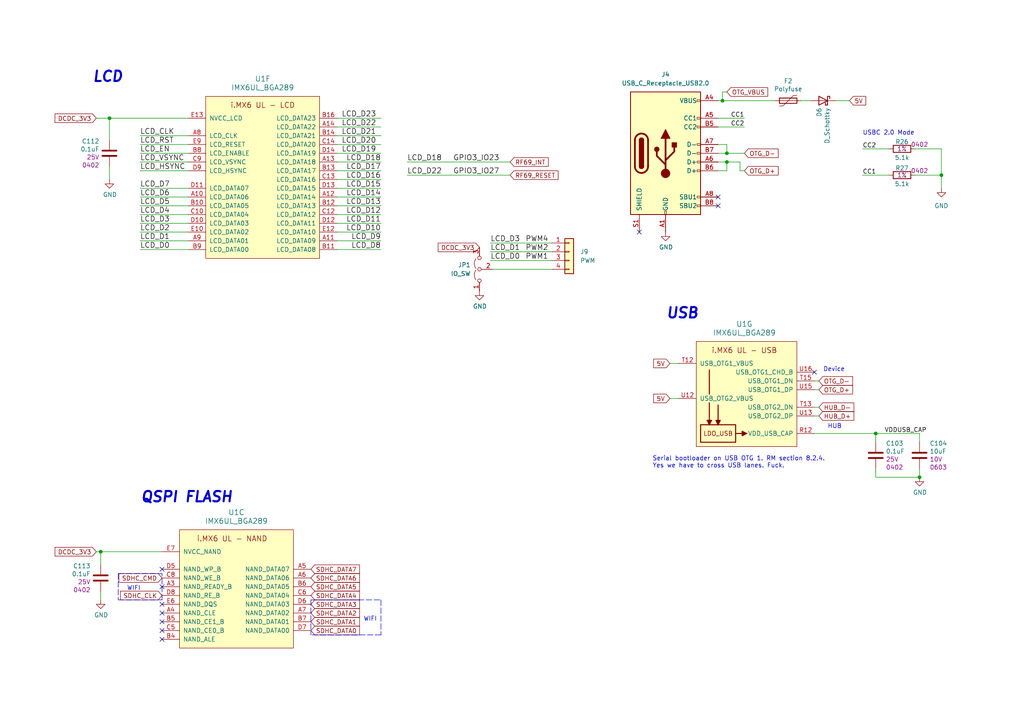
<source format=kicad_sch>
(kicad_sch (version 20211123) (generator eeschema)
  (paper "A4")
  (title_block (title "i.MX6 ULL Peripherals 2"))
  (lib_symbols
    (symbol "Connector:USB_C_Receptacle_USB2.0" (pin_names (offset 1.016))
      (property "Reference" "J" (at -10.16 19.05 0))
      (property "Value" "USB_C_Receptacle_USB2.0" (at 19.05 19.05 0))
      (symbol "USB_C_Receptacle_USB2.0_1_1"
        (pin passive line (at 0 -22.86 90) (length 5.08) (name "GND") (number "A1"))
        (pin passive line (at 0 -22.86 90) (length 5.08) hide (name "GND") (number "A12"))
        (pin passive line (at 15.24 15.24 180) (length 5.08) (name "VBUS") (number "A4"))
        (pin bidirectional line (at 15.24 10.16 180) (length 5.08) (name "CC1") (number "A5"))
        (pin bidirectional line (at 15.24 -2.54 180) (length 5.08) (name "D+") (number "A6"))
        (pin bidirectional line (at 15.24 2.54 180) (length 5.08) (name "D-") (number "A7"))
        (pin bidirectional line (at 15.24 -12.7 180) (length 5.08) (name "SBU1") (number "A8"))
        (pin passive line (at 15.24 15.24 180) (length 5.08) hide (name "VBUS") (number "A9"))
        (pin passive line (at 0 -22.86 90) (length 5.08) hide (name "GND") (number "B1"))
        (pin passive line (at 0 -22.86 90) (length 5.08) hide (name "GND") (number "B12"))
        (pin passive line (at 15.24 15.24 180) (length 5.08) hide (name "VBUS") (number "B4"))
        (pin bidirectional line (at 15.24 7.62 180) (length 5.08) (name "CC2") (number "B5"))
        (pin bidirectional line (at 15.24 -5.08 180) (length 5.08) (name "D+") (number "B6"))
        (pin bidirectional line (at 15.24 0 180) (length 5.08) (name "D-") (number "B7"))
        (pin bidirectional line (at 15.24 -15.24 180) (length 5.08) (name "SBU2") (number "B8"))
        (pin passive line (at 15.24 15.24 180) (length 5.08) hide (name "VBUS") (number "B9"))
        (pin passive line (at -7.62 -22.86 90) (length 5.08) (name "SHIELD") (number "S1"))
      )
    )
    (symbol "Connector_Generic:Conn_01x04" (pin_names (offset 1.016) hide)
      (property "Reference" "J" (at 0 5.08 0))
      (property "Value" "Conn_01x04" (at 0 -7.62 0))
      (symbol "Conn_01x04_1_1"
        (pin passive line (at -5.08 2.54 0) (length 3.81) (name "Pin_1") (number "1"))
        (pin passive line (at -5.08 0 0) (length 3.81) (name "Pin_2") (number "2"))
        (pin passive line (at -5.08 -2.54 0) (length 3.81) (name "Pin_3") (number "3"))
        (pin passive line (at -5.08 -5.08 0) (length 3.81) (name "Pin_4") (number "4"))
      )
    )
    (symbol "Device:C" (pin_numbers hide) (pin_names (offset 0.254))
      (property "Reference" "C" (at 0.635 2.54 0))
      (property "Value" "C" (at 0.635 -2.54 0))
      (symbol "C_1_1"
        (pin passive line (at 0 3.81 270) (length 2.794) (name "~") (number "1"))
        (pin passive line (at 0 -3.81 90) (length 2.794) (name "~") (number "2"))
      )
    )
    (symbol "Device:D_Schottky" (pin_numbers hide) (pin_names (offset 1.016) hide)
      (property "Reference" "D" (at 0 2.54 0))
      (property "Value" "D_Schottky" (at 0 -2.54 0))
      (symbol "D_Schottky_1_1"
        (pin passive line (at -3.81 0 0) (length 2.54) (name "K") (number "1"))
        (pin passive line (at 3.81 0 180) (length 2.54) (name "A") (number "2"))
      )
    )
    (symbol "Device:Polyfuse" (pin_numbers hide) (pin_names (offset 0))
      (property "Reference" "F" (at -2.54 0 90))
      (property "Value" "Polyfuse" (at 2.54 0 90))
      (symbol "Polyfuse_1_1"
        (pin passive line (at 0 3.81 270) (length 1.27) (name "~") (number "1"))
        (pin passive line (at 0 -3.81 90) (length 1.27) (name "~") (number "2"))
      )
    )
    (symbol "Jumper:Jumper_3_Open" (pin_names (offset 0) hide)
      (property "Reference" "JP" (at -2.54 -2.54 0))
      (property "Value" "Jumper_3_Open" (at 0 2.794 0))
      (symbol "Jumper_3_Open_1_1"
        (pin passive line (at -6.35 0 0) (length 2.54) (name "A") (number "1"))
        (pin passive line (at 0 -3.81 90) (length 2.54) (name "C") (number "2"))
        (pin passive line (at 6.35 0 180) (length 2.54) (name "B") (number "3"))
      )
    )
    (symbol "custom_components:IMX6UL_BGA289" (pin_names (offset 1.016))
      (property "Reference" "U" (at 0 5.08 0))
      (property "Value" "IMX6UL_BGA289" (at 0 2.54 0))
      (symbol "IMX6UL_BGA289_1_0"
        (text "i.MX6 UL - POWER" (at 0 -2.54 0) (effects (font (size 1.524 1.524))))
      )
      (symbol "IMX6UL_BGA289_1_1"
        (text "LDO_1P1" (at -0.635 -57.15 0) (effects (font (size 1.27 1.27))))
        (text "LDO_2P5" (at -0.635 -50.8 0) (effects (font (size 1.27 1.27))))
        (text "LDO_ARM_SOC" (at 0 -11.43 0) (effects (font (size 1.27 1.27))))
        (text "LDO_SNVS" (at 0 -80.01 0) (effects (font (size 1.27 1.27))))
        (pin power_out line (at 34.29 -40.64 180) (length 5.08) (name "VDD_ARM_CAP") (number "G10"))
        (pin power_out line (at 34.29 -35.56 180) (length 5.08) (name "VDD_ARM_CAP") (number "G11"))
        (pin power_out line (at 34.29 -5.08 180) (length 5.08) (name "VDD_SOC_CAP") (number "G8"))
        (pin power_out line (at 34.29 -33.02 180) (length 5.08) (name "VDD_ARM_CAP") (number "G9"))
        (pin power_in line (at -34.29 -7.62 0) (length 5.08) (name "VDD_SOC_IN") (number "H10"))
        (pin power_out line (at 34.29 -38.1 180) (length 5.08) (name "VDD_ARM_CAP") (number "H11"))
        (pin power_out line (at 34.29 -17.78 180) (length 5.08) (name "VDD_SOC_CAP") (number "H8"))
        (pin power_in line (at -34.29 -5.08 0) (length 5.08) (name "VDD_SOC_IN") (number "H9"))
        (pin power_in line (at -34.29 -10.16 0) (length 5.08) (name "VDD_SOC_IN") (number "J10"))
        (pin power_out line (at 34.29 -12.7 180) (length 5.08) (name "VDD_SOC_CAP") (number "J11"))
        (pin power_out line (at 34.29 -20.32 180) (length 5.08) (name "VDD_SOC_CAP") (number "J8"))
        (pin power_in line (at -34.29 -15.24 0) (length 5.08) (name "VDD_SOC_IN") (number "J9"))
        (pin power_in line (at -34.29 -12.7 0) (length 5.08) (name "VDD_SOC_IN") (number "K10"))
        (pin power_out line (at 34.29 -15.24 180) (length 5.08) (name "VDD_SOC_CAP") (number "K11"))
        (pin power_out line (at 34.29 -22.86 180) (length 5.08) (name "VDD_SOC_CAP") (number "K8"))
        (pin power_in line (at -34.29 -17.78 0) (length 5.08) (name "VDD_SOC_IN") (number "K9"))
        (pin power_out line (at 34.29 -10.16 180) (length 5.08) (name "VDD_SOC_CAP") (number "L10"))
        (pin power_out line (at 34.29 -27.94 180) (length 5.08) (name "VDD_SOC_CAP") (number "L11"))
        (pin power_out line (at 34.29 -25.4 180) (length 5.08) (name "VDD_SOC_CAP") (number "L8"))
        (pin power_out line (at 34.29 -7.62 180) (length 5.08) (name "VDD_SOC_CAP") (number "L9"))
        (pin power_out line (at 34.29 -80.01 180) (length 5.08) (name "VDD_SNVS_CAP") (number "N12"))
        (pin power_in line (at -34.29 -50.8 0) (length 5.08) (name "VDD_HIGH_IN") (number "N13"))
        (pin power_in line (at -34.29 -80.01 0) (length 5.08) (name "VDD_SNVS_IN") (number "P12"))
        (pin power_out line (at 34.29 -57.15 180) (length 5.08) (name "NVCC_PLL") (number "P13"))
        (pin power_out line (at 34.29 -53.34 180) (length 5.08) (name "VDD_HIGH_CAP") (number "R14"))
        (pin power_out line (at 34.29 -50.8 180) (length 5.08) (name "VDD_HIGH_CAP") (number "R15"))
      )
      (symbol "IMX6UL_BGA289_2_0"
        (text "i.MX6 UL - DDR" (at 0 -2.54 0) (effects (font (size 1.524 1.524))))
      )
      (symbol "IMX6UL_BGA289_2_1"
        (pin input line (at 22.86 -8.89 180) (length 5.08) (name "DRAM_ODT1") (number "F1"))
        (pin input line (at 22.86 -36.83 180) (length 5.08) (name "DRAM_ADDR14") (number "G1"))
        (pin input line (at 22.86 -57.15 180) (length 5.08) (name "DRAM_ADDR06") (number "G2"))
        (pin input line (at -22.86 -6.35 0) (length 5.08) (name "DRAM_RESET") (number "G4"))
        (pin power_in line (at -22.86 -92.71 0) (length 5.08) (name "NVCC_DRAM") (number "G6"))
        (pin input line (at 22.86 -16.51 180) (length 5.08) (name "DRAM_SDBA1") (number "H1"))
        (pin input line (at 22.86 -69.85 180) (length 5.08) (name "DRAM_ADDR01") (number "H2"))
        (pin input line (at 22.86 -39.37 180) (length 5.08) (name "DRAM_ADDR13") (number "H3"))
        (pin input line (at 22.86 -54.61 180) (length 5.08) (name "DRAM_ADDR07") (number "H4"))
        (pin input line (at 22.86 -29.21 180) (length 5.08) (name "DRAM_CS1_B") (number "H5"))
        (pin power_in line (at -22.86 -90.17 0) (length 5.08) (name "NVCC_DRAM") (number "H6"))
        (pin input line (at 22.86 -26.67 180) (length 5.08) (name "DRAM_SDWE_B") (number "J1"))
        (pin input line (at 22.86 -24.13 180) (length 5.08) (name "DRAM_CAS_B") (number "J2"))
        (pin input line (at -22.86 -24.13 0) (length 5.08) (name "DRAM_SDCKE1") (number "J3"))
        (pin input line (at 22.86 -52.07 180) (length 5.08) (name "DRAM_ADDR08") (number "J4"))
        (pin power_in line (at -22.86 -80.01 0) (length 5.08) (name "NVCC_DRAM") (number "J6"))
        (pin input line (at 22.86 -67.31 180) (length 5.08) (name "DRAM_ADDR02") (number "K1"))
        (pin input line (at 22.86 -13.97 180) (length 5.08) (name "DRAM_SDBA2") (number "K2"))
        (pin input line (at 22.86 -44.45 180) (length 5.08) (name "DRAM_ADDR11") (number "K3"))
        (pin input line (at 22.86 -62.23 180) (length 5.08) (name "DRAM_ADDR04") (number "K4"))
        (pin input line (at 22.86 -34.29 180) (length 5.08) (name "DRAM_ADDR15") (number "K5"))
        (pin power_in line (at -22.86 -82.55 0) (length 5.08) (name "NVCC_DRAM") (number "K6"))
        (pin input line (at 22.86 -59.69 180) (length 5.08) (name "DRAM_ADDR05") (number "L1"))
        (pin input line (at 22.86 -49.53 180) (length 5.08) (name "DRAM_ADDR09") (number "L2"))
        (pin input line (at 22.86 -41.91 180) (length 5.08) (name "DRAM_ADDR12") (number "L4"))
        (pin input line (at 22.86 -72.39 180) (length 5.08) (name "DRAM_ADDR00") (number "L5"))
        (pin power_in line (at -22.86 -85.09 0) (length 5.08) (name "NVCC_DRAM") (number "L6"))
        (pin input line (at 22.86 -19.05 180) (length 5.08) (name "DRAM_SDBA0") (number "M1"))
        (pin input line (at 22.86 -64.77 180) (length 5.08) (name "DRAM_ADDR03") (number "M2"))
        (pin input line (at -22.86 -26.67 0) (length 5.08) (name "DRAM_SDCKE0") (number "M3"))
        (pin input line (at 22.86 -46.99 180) (length 5.08) (name "DRAM_ADDR10") (number "M4"))
        (pin input line (at 22.86 -21.59 180) (length 5.08) (name "DRAM_RAS_B") (number "M5"))
        (pin power_in line (at -22.86 -87.63 0) (length 5.08) (name "NVCC_DRAM") (number "M6"))
        (pin input line (at 22.86 -11.43 180) (length 5.08) (name "DRAM_ODT0") (number "N1"))
        (pin input line (at 22.86 -31.75 180) (length 5.08) (name "DRAM_CS0_B") (number "N2"))
        (pin input line (at 22.86 -6.35 180) (length 5.08) (name "DRAM_ZQPAD") (number "N4"))
        (pin power_in line (at 22.86 -80.01 180) (length 5.08) (name "NVCC_DRAM_2P5") (number "N6"))
        (pin input line (at -22.86 -19.05 0) (length 5.08) (name "DRAM_SDCLK0_P") (number "P1"))
        (pin input line (at -22.86 -21.59 0) (length 5.08) (name "DRAM_SDCLK0_N") (number "P2"))
        (pin input line (at -22.86 -39.37 0) (length 5.08) (name "DRAM_DATA13") (number "P3"))
        (pin input line (at 22.86 -90.17 180) (length 5.08) (name "DRAM_VREF") (number "P4"))
        (pin input line (at -22.86 -41.91 0) (length 5.08) (name "DRAM_DATA12") (number "P5"))
        (pin input line (at -22.86 -13.97 0) (length 5.08) (name "DRAM_SDQS0_P") (number "P6"))
        (pin input line (at -22.86 -16.51 0) (length 5.08) (name "DRAM_SDQS0_N") (number "P7"))
        (pin input line (at -22.86 -34.29 0) (length 5.08) (name "DRAM_DATA15") (number "R1"))
        (pin input line (at -22.86 -36.83 0) (length 5.08) (name "DRAM_DATA14") (number "R2"))
        (pin input line (at -22.86 -44.45 0) (length 5.08) (name "DRAM_DATA11") (number "R4"))
        (pin input line (at -22.86 -8.89 0) (length 5.08) (name "DRAM_SDQS1_P") (number "T1"))
        (pin input line (at -22.86 -11.43 0) (length 5.08) (name "DRAM_SDQS1_N") (number "T2"))
        (pin input line (at -22.86 -29.21 0) (length 5.08) (name "DRAM_DQM1") (number "T3"))
        (pin input line (at -22.86 -72.39 0) (length 5.08) (name "DRAM_DATA00") (number "T4"))
        (pin input line (at -22.86 -57.15 0) (length 5.08) (name "DRAM_DATA06") (number "T5"))
        (pin input line (at -22.86 -67.31 0) (length 5.08) (name "DRAM_DATA02") (number "T6"))
        (pin input line (at -22.86 -31.75 0) (length 5.08) (name "DRAM_DQM0") (number "T7"))
        (pin input line (at -22.86 -59.69 0) (length 5.08) (name "DRAM_DATA05") (number "T8"))
        (pin input line (at -22.86 -52.07 0) (length 5.08) (name "DRAM_DATA08") (number "U2"))
        (pin input line (at -22.86 -49.53 0) (length 5.08) (name "DRAM_DATA09") (number "U3"))
        (pin input line (at -22.86 -54.61 0) (length 5.08) (name "DRAM_DATA07") (number "U4"))
        (pin input line (at -22.86 -46.99 0) (length 5.08) (name "DRAM_DATA10") (number "U5"))
        (pin input line (at -22.86 -69.85 0) (length 5.08) (name "DRAM_DATA01") (number "U6"))
        (pin input line (at -22.86 -64.77 0) (length 5.08) (name "DRAM_DATA03") (number "U7"))
        (pin input line (at -22.86 -62.23 0) (length 5.08) (name "DRAM_DATA04") (number "U8"))
      )
      (symbol "IMX6UL_BGA289_3_0"
        (text "i.MX6 UL - NAND" (at -1.27 -2.54 0) (effects (font (size 1.524 1.524))))
      )
      (symbol "IMX6UL_BGA289_3_1"
        (pin input line (at -21.59 -16.51 0) (length 5.08) (name "NAND_READY_B") (number "A3"))
        (pin input line (at -21.59 -24.13 0) (length 5.08) (name "NAND_CLE") (number "A4"))
        (pin input line (at 21.59 -11.43 180) (length 5.08) (name "NAND_DATA07") (number "A5"))
        (pin input line (at 21.59 -13.97 180) (length 5.08) (name "NAND_DATA06") (number "A6"))
        (pin input line (at 21.59 -24.13 180) (length 5.08) (name "NAND_DATA02") (number "A7"))
        (pin input line (at -21.59 -31.75 0) (length 5.08) (name "NAND_ALE") (number "B4"))
        (pin input line (at -21.59 -26.67 0) (length 5.08) (name "NAND_CE1_B") (number "B5"))
        (pin input line (at 21.59 -16.51 180) (length 5.08) (name "NAND_DATA05") (number "B6"))
        (pin input line (at 21.59 -26.67 180) (length 5.08) (name "NAND_DATA01") (number "B7"))
        (pin input line (at -21.59 -29.21 0) (length 5.08) (name "NAND_CE0_B") (number "C5"))
        (pin input line (at 21.59 -19.05 180) (length 5.08) (name "NAND_DATA04") (number "C6"))
        (pin input line (at -21.59 -13.97 0) (length 5.08) (name "NAND_WE_B") (number "C8"))
        (pin input line (at -21.59 -11.43 0) (length 5.08) (name "NAND_WP_B") (number "D5"))
        (pin input line (at 21.59 -21.59 180) (length 5.08) (name "NAND_DATA03") (number "D6"))
        (pin input line (at 21.59 -29.21 180) (length 5.08) (name "NAND_DATA00") (number "D7"))
        (pin input line (at -21.59 -19.05 0) (length 5.08) (name "NAND_RE_B") (number "D8"))
        (pin input line (at -21.59 -21.59 0) (length 5.08) (name "NAND_DQS") (number "E6"))
        (pin power_in line (at -21.59 -6.35 0) (length 5.08) (name "NVCC_NAND") (number "E7"))
      )
      (symbol "IMX6UL_BGA289_4_0"
        (text "i.MX6 UL - CSI" (at 0 -2.54 0) (effects (font (size 1.524 1.524))))
      )
      (symbol "IMX6UL_BGA289_4_1"
        (pin input line (at 19.05 -6.35 180) (length 5.08) (name "CSI_DATA07") (number "D1"))
        (pin input line (at 19.05 -8.89 180) (length 5.08) (name "CSI_DATA06") (number "D2"))
        (pin input line (at 19.05 -11.43 180) (length 5.08) (name "CSI_DATA05") (number "D3"))
        (pin input line (at 19.05 -13.97 180) (length 5.08) (name "CSI_DATA04") (number "D4"))
        (pin input line (at 19.05 -16.51 180) (length 5.08) (name "CSI_DATA03") (number "E1"))
        (pin input line (at 19.05 -19.05 180) (length 5.08) (name "CSI_DATA02") (number "E2"))
        (pin input line (at 19.05 -21.59 180) (length 5.08) (name "CSI_DATA01") (number "E3"))
        (pin input line (at 19.05 -24.13 180) (length 5.08) (name "CSI_DATA00") (number "E4"))
        (pin input line (at 19.05 -31.75 180) (length 5.08) (name "CSI_PIXCLK") (number "E5"))
        (pin input line (at 19.05 -29.21 180) (length 5.08) (name "CSI_VSYNC") (number "F2"))
        (pin input line (at 19.05 -36.83 180) (length 5.08) (name "CSI_HSYNC") (number "F3"))
        (pin power_in line (at -17.78 -6.35 0) (length 5.08) (name "NVCC_CSI") (number "F4"))
        (pin input line (at 19.05 -34.29 180) (length 5.08) (name "CSI_MCLK") (number "F5"))
      )
      (symbol "IMX6UL_BGA289_5_0"
        (text "i.MX6 UL - GPIO" (at 0 -2.54 0) (effects (font (size 1.524 1.524))))
      )
      (symbol "IMX6UL_BGA289_5_1"
        (pin power_in line (at -17.78 -6.35 0) (length 5.08) (name "NVCC_GPIO") (number "J13"))
        (pin input line (at 17.78 -29.21 180) (length 5.08) (name "GPIO1_IO00") (number "K13"))
        (pin input line (at 17.78 -13.97 180) (length 5.08) (name "GPIO1_IO06") (number "K17"))
        (pin input line (at 17.78 -24.13 180) (length 5.08) (name "GPIO1_IO02") (number "L14"))
        (pin input line (at 17.78 -26.67 180) (length 5.08) (name "GPIO1_IO01") (number "L15"))
        (pin input line (at 17.78 -11.43 180) (length 5.08) (name "GPIO1_IO07") (number "L16"))
        (pin input line (at 17.78 -21.59 180) (length 5.08) (name "GPIO1_IO03") (number "L17"))
        (pin input line (at 17.78 -6.35 180) (length 5.08) (name "GPIO1_IO09") (number "M15"))
        (pin input line (at 17.78 -19.05 180) (length 5.08) (name "GPIO1_IO04") (number "M16"))
        (pin input line (at 17.78 -16.51 180) (length 5.08) (name "GPIO1_IO05") (number "M17"))
        (pin input line (at 17.78 -8.89 180) (length 5.08) (name "GPIO1_IO08") (number "N17"))
      )
      (symbol "IMX6UL_BGA289_6_0"
        (text "i.MX6 UL - LCD" (at 0 -2.54 0) (effects (font (size 1.524 1.524))))
      )
      (symbol "IMX6UL_BGA289_6_1"
        (pin input line (at -21.59 -29.21 0) (length 5.08) (name "LCD_DATA06") (number "A10"))
        (pin input line (at 21.59 -41.91 180) (length 5.08) (name "LCD_DATA09") (number "A11"))
        (pin input line (at 21.59 -29.21 180) (length 5.08) (name "LCD_DATA14") (number "A12"))
        (pin input line (at 21.59 -19.05 180) (length 5.08) (name "LCD_DATA18") (number "A13"))
        (pin input line (at 21.59 -8.89 180) (length 5.08) (name "LCD_DATA22") (number "A14"))
        (pin input line (at -21.59 -11.43 0) (length 5.08) (name "LCD_CLK") (number "A8"))
        (pin input line (at -21.59 -41.91 0) (length 5.08) (name "LCD_DATA01") (number "A9"))
        (pin input line (at -21.59 -31.75 0) (length 5.08) (name "LCD_DATA05") (number "B10"))
        (pin input line (at 21.59 -44.45 180) (length 5.08) (name "LCD_DATA08") (number "B11"))
        (pin input line (at 21.59 -31.75 180) (length 5.08) (name "LCD_DATA13") (number "B12"))
        (pin input line (at 21.59 -21.59 180) (length 5.08) (name "LCD_DATA17") (number "B13"))
        (pin input line (at 21.59 -11.43 180) (length 5.08) (name "LCD_DATA21") (number "B14"))
        (pin input line (at 21.59 -6.35 180) (length 5.08) (name "LCD_DATA23") (number "B16"))
        (pin input line (at -21.59 -16.51 0) (length 5.08) (name "LCD_ENABLE") (number "B8"))
        (pin input line (at -21.59 -44.45 0) (length 5.08) (name "LCD_DATA00") (number "B9"))
        (pin input line (at -21.59 -34.29 0) (length 5.08) (name "LCD_DATA04") (number "C10"))
        (pin input line (at 21.59 -34.29 180) (length 5.08) (name "LCD_DATA12") (number "C12"))
        (pin input line (at 21.59 -24.13 180) (length 5.08) (name "LCD_DATA16") (number "C13"))
        (pin input line (at 21.59 -13.97 180) (length 5.08) (name "LCD_DATA20") (number "C14"))
        (pin input line (at -21.59 -19.05 0) (length 5.08) (name "LCD_VSYNC") (number "C9"))
        (pin input line (at -21.59 -36.83 0) (length 5.08) (name "LCD_DATA03") (number "D10"))
        (pin input line (at -21.59 -26.67 0) (length 5.08) (name "LCD_DATA07") (number "D11"))
        (pin input line (at 21.59 -36.83 180) (length 5.08) (name "LCD_DATA11") (number "D12"))
        (pin input line (at 21.59 -26.67 180) (length 5.08) (name "LCD_DATA15") (number "D13"))
        (pin input line (at 21.59 -16.51 180) (length 5.08) (name "LCD_DATA19") (number "D14"))
        (pin input line (at -21.59 -21.59 0) (length 5.08) (name "LCD_HSYNC") (number "D9"))
        (pin input line (at -21.59 -39.37 0) (length 5.08) (name "LCD_DATA02") (number "E10"))
        (pin input line (at 21.59 -39.37 180) (length 5.08) (name "LCD_DATA10") (number "E12"))
        (pin power_in line (at -21.59 -6.35 0) (length 5.08) (name "NVCC_LCD") (number "E13"))
        (pin input line (at -21.59 -13.97 0) (length 5.08) (name "LCD_RESET") (number "E9"))
      )
      (symbol "IMX6UL_BGA289_7_0"
        (text "i.MX6 UL - USB" (at 0 -2.54 0) (effects (font (size 1.524 1.524))))
      )
      (symbol "IMX6UL_BGA289_7_1"
        (text "LDO_USB" (at -7.62 -26.67 0) (effects (font (size 1.27 1.27))))
        (pin power_out line (at 20.32 -26.67 180) (length 5.08) (name "VDD_USB_CAP") (number "R12"))
        (pin power_in line (at -19.05 -6.35 0) (length 5.08) (name "USB_OTG1_VBUS") (number "T12"))
        (pin input line (at 20.32 -19.05 180) (length 5.08) (name "USB_OTG2_DN") (number "T13"))
        (pin input line (at 20.32 -11.43 180) (length 5.08) (name "USB_OTG1_DN") (number "T15"))
        (pin power_in line (at -19.05 -16.51 0) (length 5.08) (name "USB_OTG2_VBUS") (number "U12"))
        (pin input line (at 20.32 -21.59 180) (length 5.08) (name "USB_OTG2_DP") (number "U13"))
        (pin input line (at 20.32 -13.97 180) (length 5.08) (name "USB_OTG1_DP") (number "U15"))
        (pin input line (at 20.32 -8.89 180) (length 5.08) (name "USB_OTG1_CHD_B") (number "U16"))
      )
      (symbol "IMX6UL_BGA289_8_0"
        (text "i.MX6 UL - SD" (at 0 -2.54 0) (effects (font (size 1.524 1.524))))
      )
      (symbol "IMX6UL_BGA289_8_1"
        (pin input line (at 17.78 -5.08 180) (length 5.08) (name "SD1_DATA3") (number "A2"))
        (pin input line (at 17.78 -7.62 180) (length 5.08) (name "SD1_DATA2") (number "B1"))
        (pin input line (at 17.78 -10.16 180) (length 5.08) (name "SD1_DATA1") (number "B2"))
        (pin input line (at 17.78 -12.7 180) (length 5.08) (name "SD1_DATA0") (number "B3"))
        (pin input line (at 17.78 -17.78 180) (length 5.08) (name "SD1_CLK") (number "C1"))
        (pin input line (at 17.78 -15.24 180) (length 5.08) (name "SD1_CMD") (number "C2"))
        (pin power_in line (at -17.78 -5.08 0) (length 5.08) (name "NVCC_SD1") (number "C4"))
      )
      (symbol "IMX6UL_BGA289_9_0"
        (text "i.MX6 UL - ETHERNET" (at 0 -2.54 0) (effects (font (size 1.524 1.524))))
      )
      (symbol "IMX6UL_BGA289_9_1"
        (pin input line (at 22.86 -16.51 180) (length 5.08) (name "ENET2_TX_DATA0") (number "A15"))
        (pin input line (at 22.86 -13.97 180) (length 5.08) (name "ENET2_TX_DATA1") (number "A16"))
        (pin input line (at 22.86 -11.43 180) (length 5.08) (name "ENET2_TX_EN") (number "B15"))
        (pin input line (at 22.86 -24.13 180) (length 5.08) (name "ENET2_RX_EN") (number "B17"))
        (pin input line (at 22.86 -26.67 180) (length 5.08) (name "ENET2_RX_DATA1") (number "C16"))
        (pin input line (at 22.86 -29.21 180) (length 5.08) (name "ENET2_RX_DATA0") (number "C17"))
        (pin input line (at -22.86 -21.59 0) (length 5.08) (name "ENET1_RX_ER") (number "D15"))
        (pin input line (at 22.86 -21.59 180) (length 5.08) (name "ENET2_RX_ER") (number "D16"))
        (pin input line (at 22.86 -19.05 180) (length 5.08) (name "ENET2_TX_CLK") (number "D17"))
        (pin input line (at -22.86 -13.97 0) (length 5.08) (name "ENET1_TX_DATA1") (number "E14"))
        (pin input line (at -22.86 -16.51 0) (length 5.08) (name "ENET1_TX_DATA0") (number "E15"))
        (pin input line (at -22.86 -24.13 0) (length 5.08) (name "ENET1_RX_EN") (number "E16"))
        (pin input line (at -22.86 -26.67 0) (length 5.08) (name "ENET1_RX_DATA1") (number "E17"))
        (pin power_in line (at -22.86 -6.35 0) (length 5.08) (name "NVCC_ENET") (number "F13"))
        (pin input line (at -22.86 -19.05 0) (length 5.08) (name "ENET1_TX_CLK") (number "F14"))
        (pin input line (at -22.86 -11.43 0) (length 5.08) (name "ENET1_TX_EN") (number "F15"))
        (pin input line (at -22.86 -29.21 0) (length 5.08) (name "ENET1_RX_DATA0") (number "F16"))
      )
      (symbol "IMX6UL_BGA289_10_0"
        (text "i.MX6 UL - CONTROL" (at 0 -2.54 0) (effects (font (size 1.524 1.524))))
      )
      (symbol "IMX6UL_BGA289_10_1"
        (pin power_in line (at -25.4 -63.5 0) (length 5.08) (name "VDDA_ADC_3P3") (number "L13"))
        (pin power_in line (at -25.4 -66.04 0) (length 5.08) (name "ADC_VREFH") (number "M13"))
        (pin input line (at 25.4 -16.51 180) (length 5.08) (name "JTAG_TCK") (number "M14"))
        (pin input line (at 25.4 -29.21 180) (length 5.08) (name "SNVS_TAMPER7") (number "N10"))
        (pin input line (at 25.4 -31.75 180) (length 5.08) (name "SNVS_TAMPER6") (number "N11"))
        (pin input line (at 25.4 -6.35 180) (length 5.08) (name "JTAG_TRST_B") (number "N14"))
        (pin input line (at 25.4 -11.43 180) (length 5.08) (name "JTAG_TDO") (number "N15"))
        (pin input line (at 25.4 -13.97 180) (length 5.08) (name "JTAG_TDI") (number "N16"))
        (pin input line (at -25.4 -35.56 0) (length 5.08) (name "TEST_MODE") (number "N7"))
        (pin input line (at 25.4 -34.29 180) (length 5.08) (name "SNVS_TAMPER5") (number "N8"))
        (pin input line (at 25.4 -26.67 180) (length 5.08) (name "SNVS_TAMPER8") (number "N9"))
        (pin input line (at 25.4 -39.37 180) (length 5.08) (name "SNVS_TAMPER3") (number "P10"))
        (pin input line (at 25.4 -41.91 180) (length 5.08) (name "SNVS_TAMPER2") (number "P11"))
        (pin input line (at 25.4 -8.89 180) (length 5.08) (name "JTAG_TMS") (number "P14"))
        (pin input line (at 25.4 -19.05 180) (length 5.08) (name "JTAG_MOD") (number "P15"))
        (pin bidirectional line (at 25.4 -57.15 180) (length 5.08) (name "CCM_CLK1_N") (number "P16"))
        (pin bidirectional line (at 25.4 -54.61 180) (length 5.08) (name "CCM_CLK1_P") (number "P17"))
        (pin input line (at -25.4 -20.32 0) (length 5.08) (name "POR_B") (number "P8"))
        (pin input line (at 25.4 -36.83 180) (length 5.08) (name "SNVS_TAMPER4") (number "P9"))
        (pin input line (at 25.4 -46.99 180) (length 5.08) (name "SNVS_TAMPER0") (number "R10"))
        (pin input line (at -25.4 -30.48 0) (length 5.08) (name "GPANIO") (number "R13"))
        (pin input line (at 25.4 -24.13 180) (length 5.08) (name "SNVS_TAMPER9") (number "R6"))
        (pin input line (at -25.4 -22.86 0) (length 5.08) (name "ONOFF") (number "R8"))
        (pin input line (at 25.4 -44.45 180) (length 5.08) (name "SNVS_TAMPER1") (number "R9"))
        (pin input line (at -25.4 -8.89 0) (length 5.08) (name "BOOT_MODE0") (number "T10"))
        (pin input line (at -25.4 -45.72 0) (length 5.08) (name "RTC_XTALI") (number "T11"))
        (pin input line (at -25.4 -57.15 0) (length 5.08) (name "XTALI") (number "T16"))
        (pin input line (at -25.4 -54.61 0) (length 5.08) (name "XTALO") (number "T17"))
        (pin input line (at -25.4 -17.78 0) (length 5.08) (name "SNVS_PMIC_ON_REQ") (number "T9"))
        (pin input line (at -25.4 -6.35 0) (length 5.08) (name "BOOT_MODE1") (number "U10"))
        (pin input line (at -25.4 -43.18 0) (length 5.08) (name "RTC_XTALO") (number "U11"))
        (pin input line (at -25.4 -15.24 0) (length 5.08) (name "CCM_PMIC_STBY_REQ") (number "U9"))
      )
      (symbol "IMX6UL_BGA289_11_0"
        (text "i.MX6 UL - UART" (at 0 -2.54 0) (effects (font (size 1.524 1.524))))
      )
      (symbol "IMX6UL_BGA289_11_1"
        (pin input line (at 21.59 -54.61 180) (length 5.08) (name "UART5_TX_DATA") (number "F17"))
        (pin input line (at 21.59 -52.07 180) (length 5.08) (name "UART5_RX_DATA") (number "G13"))
        (pin input line (at 21.59 -34.29 180) (length 5.08) (name "UART3_RTS_B") (number "G14"))
        (pin input line (at 21.59 -44.45 180) (length 5.08) (name "UART4_RX_DATA") (number "G16"))
        (pin input line (at 21.59 -46.99 180) (length 5.08) (name "UART4_TX_DATA") (number "G17"))
        (pin power_in line (at -22.86 -6.35 0) (length 5.08) (name "NVCC_UART") (number "H13"))
        (pin input line (at 21.59 -21.59 180) (length 5.08) (name "UART2_RTS_B") (number "H14"))
        (pin input line (at 21.59 -31.75 180) (length 5.08) (name "UART3_CTS_B") (number "H15"))
        (pin input line (at 21.59 -36.83 180) (length 5.08) (name "UART3_RX_DATA") (number "H16"))
        (pin input line (at 21.59 -39.37 180) (length 5.08) (name "UART3_TX_DATA") (number "H17"))
        (pin input line (at 21.59 -8.89 180) (length 5.08) (name "UART1_RTS_B") (number "J14"))
        (pin input line (at 21.59 -19.05 180) (length 5.08) (name "UART2_CTS_B") (number "J15"))
        (pin input line (at 21.59 -24.13 180) (length 5.08) (name "UART2_RX_DATA") (number "J16"))
        (pin input line (at 21.59 -26.67 180) (length 5.08) (name "UART2_TX_DATA") (number "J17"))
        (pin input line (at 21.59 -13.97 180) (length 5.08) (name "UART1_TX_DATA") (number "K14"))
        (pin input line (at 21.59 -6.35 180) (length 5.08) (name "UART1_CTS_B") (number "K15"))
        (pin input line (at 21.59 -11.43 180) (length 5.08) (name "UART1_RX_DATA") (number "K16"))
      )
      (symbol "IMX6UL_BGA289_12_0"
        (text "i.MX6 UL - GND" (at 0 -2.54 0) (effects (font (size 1.524 1.524))))
      )
      (symbol "IMX6UL_BGA289_12_1"
        (pin power_in line (at -22.86 -5.08 0) (length 5.08) (name "VSS") (number "A1"))
        (pin power_in line (at 21.59 -58.42 180) (length 5.08) (name "VSS") (number "A17"))
        (pin power_in line (at -22.86 -30.48 0) (length 5.08) (name "VSS") (number "C11"))
        (pin power_in line (at 21.59 -25.4 180) (length 5.08) (name "VSS") (number "C15"))
        (pin power_in line (at -22.86 -35.56 0) (length 5.08) (name "VSS") (number "C3"))
        (pin power_in line (at 21.59 -12.7 180) (length 5.08) (name "VSS") (number "C7"))
        (pin power_in line (at 21.59 -30.48 180) (length 5.08) (name "VSS") (number "E11"))
        (pin power_in line (at 21.59 -7.62 180) (length 5.08) (name "VSS") (number "E8"))
        (pin power_in line (at -22.86 -55.88 0) (length 5.08) (name "VSS") (number "F10"))
        (pin power_in line (at 21.59 -33.02 180) (length 5.08) (name "VSS") (number "F11"))
        (pin power_in line (at 21.59 -40.64 180) (length 5.08) (name "VSS") (number "F12"))
        (pin power_in line (at -22.86 -63.5 0) (length 5.08) (name "VSS") (number "F6"))
        (pin power_in line (at -22.86 -7.62 0) (length 5.08) (name "VSS") (number "F7"))
        (pin power_in line (at 21.59 -10.16 180) (length 5.08) (name "VSS") (number "F8"))
        (pin power_in line (at 21.59 -17.78 180) (length 5.08) (name "VSS") (number "F9"))
        (pin power_in line (at 21.59 -43.18 180) (length 5.08) (name "VSS") (number "G12"))
        (pin power_in line (at 21.59 -27.94 180) (length 5.08) (name "VSS") (number "G15"))
        (pin power_in line (at -22.86 -38.1 0) (length 5.08) (name "VSS") (number "G3"))
        (pin power_in line (at -22.86 -48.26 0) (length 5.08) (name "VSS") (number "G5"))
        (pin power_in line (at -22.86 -10.16 0) (length 5.08) (name "VSS") (number "G7"))
        (pin power_in line (at 21.59 -48.26 180) (length 5.08) (name "VSS") (number "H12"))
        (pin power_in line (at -22.86 -12.7 0) (length 5.08) (name "VSS") (number "H7"))
        (pin power_in line (at 21.59 -45.72 180) (length 5.08) (name "VSS") (number "J12"))
        (pin power_in line (at -22.86 -50.8 0) (length 5.08) (name "VSS") (number "J5"))
        (pin power_in line (at -22.86 -15.24 0) (length 5.08) (name "VSS") (number "J7"))
        (pin power_in line (at 21.59 -50.8 180) (length 5.08) (name "VSS") (number "K12"))
        (pin power_in line (at -22.86 -17.78 0) (length 5.08) (name "VSS") (number "K7"))
        (pin power_in line (at 21.59 -53.34 180) (length 5.08) (name "VSS") (number "L12"))
        (pin power_in line (at -22.86 -40.64 0) (length 5.08) (name "VSS") (number "L3"))
        (pin power_in line (at -22.86 -20.32 0) (length 5.08) (name "VSS") (number "L7"))
        (pin power_in line (at -22.86 -27.94 0) (length 5.08) (name "VSS") (number "M10"))
        (pin power_in line (at 21.59 -35.56 180) (length 5.08) (name "VSS") (number "M11"))
        (pin power_in line (at 21.59 -63.5 180) (length 5.08) (name "NGND_KEL0") (number "M12"))
        (pin power_in line (at -22.86 -22.86 0) (length 5.08) (name "VSS") (number "M7"))
        (pin power_in line (at 21.59 -15.24 180) (length 5.08) (name "VSS") (number "M8"))
        (pin power_in line (at -22.86 -53.34 0) (length 5.08) (name "VSS") (number "M9"))
        (pin power_in line (at -22.86 -43.18 0) (length 5.08) (name "VSS") (number "N3"))
        (pin power_in line (at -22.86 -58.42 0) (length 5.08) (name "VSS") (number "N5"))
        (pin power_in line (at 21.59 -38.1 180) (length 5.08) (name "VSS") (number "R11"))
        (pin power_in line (at 21.59 -55.88 180) (length 5.08) (name "VSS") (number "R16"))
        (pin power_in line (at 21.59 -5.08 180) (length 5.08) (name "VSS") (number "R17"))
        (pin power_in line (at -22.86 -45.72 0) (length 5.08) (name "VSS") (number "R3"))
        (pin power_in line (at -22.86 -60.96 0) (length 5.08) (name "VSS") (number "R5"))
        (pin power_in line (at -22.86 -25.4 0) (length 5.08) (name "VSS") (number "R7"))
        (pin power_in line (at 21.59 -20.32 180) (length 5.08) (name "VSS") (number "T14"))
        (pin power_in line (at -22.86 -33.02 0) (length 5.08) (name "VSS") (number "U1"))
        (pin power_in line (at 21.59 -22.86 180) (length 5.08) (name "VSS") (number "U14"))
        (pin power_in line (at 21.59 -60.96 180) (length 5.08) (name "VSS") (number "U17"))
      )
    )
    (symbol "nano-rescue:R" (pin_numbers hide) (pin_names (offset 0))
      (property "Reference" "R" (at 2.032 0 90))
      (property "Value" "R" (at 0 0 90))
      (symbol "R_1_1"
        (pin passive line (at 0 3.81 270) (length 1.27) (name "~") (number "1"))
        (pin passive line (at 0 -3.81 90) (length 1.27) (name "~") (number "2"))
      )
    )
    (symbol "power:GND" (power) (pin_names (offset 0))
      (property "Value" "GND" (at 0 -3.81 0))
      (symbol "GND_1_1"
        (pin power_in line (at 0 0 270) (length 0) hide (name "GND") (number "1"))
      )
    )
  )
  (junction (at 31.75 34.29))
  (junction (at 254 125.73))
  (junction (at 210.82 44.45))
  (junction (at 266.7 138.43))
  (junction (at 209.55 29.21))
  (junction (at 273.05 50.8))
  (junction (at 29.21 160.02))
  (junction (at 210.82 46.99))
  (no_connect (at 46.99 177.8))
  (no_connect (at 46.99 182.88))
  (no_connect (at 46.99 170.18))
  (no_connect (at 208.28 57.15))
  (no_connect (at 185.42 67.31))
  (no_connect (at 46.99 165.1))
  (no_connect (at 46.99 180.34))
  (no_connect (at 46.99 175.26))
  (no_connect (at 236.22 107.95))
  (no_connect (at 208.28 59.69))
  (no_connect (at 46.99 185.42))
  (wire (pts (xy 208.28 41.91) (xy 210.82 41.91)))
  (wire (pts (xy 208.28 36.83) (xy 215.9 36.83)))
  (wire (pts (xy 242.57 29.21) (xy 246.38 29.21)))
  (wire (pts (xy 237.49 113.03) (xy 236.22 113.03)))
  (wire (pts (xy 97.79 59.69) (xy 110.49 59.69)))
  (wire (pts (xy 40.64 44.45) (xy 54.61 44.45)))
  (wire (pts (xy 210.82 41.91) (xy 210.82 44.45)))
  (polyline (pts (xy 45.72 173.99) (xy 45.72 173.99)))
  (wire (pts (xy 110.49 52.07) (xy 97.79 52.07)))
  (wire (pts (xy 54.61 41.91) (xy 40.64 41.91)))
  (wire (pts (xy 194.31 115.57) (xy 196.85 115.57)))
  (wire (pts (xy 142.875 78.105) (xy 160.02 78.105)))
  (polyline (pts (xy 110.49 184.15) (xy 90.17 184.15)))
  (wire (pts (xy 40.64 49.53) (xy 54.61 49.53)))
  (wire (pts (xy 210.82 44.45) (xy 215.9 44.45)))
  (wire (pts (xy 254 138.43) (xy 266.7 138.43)))
  (wire (pts (xy 208.28 49.53) (xy 210.82 49.53)))
  (wire (pts (xy 97.79 64.77) (xy 110.49 64.77)))
  (polyline (pts (xy 90.17 173.99) (xy 90.17 184.15)))
  (wire (pts (xy 142.24 70.485) (xy 160.02 70.485)))
  (wire (pts (xy 31.75 34.29) (xy 54.61 34.29)))
  (wire (pts (xy 54.61 69.85) (xy 40.64 69.85)))
  (wire (pts (xy 142.24 73.025) (xy 160.02 73.025)))
  (wire (pts (xy 210.82 49.53) (xy 210.82 46.99)))
  (wire (pts (xy 29.21 160.02) (xy 29.21 163.83)))
  (wire (pts (xy 209.55 26.67) (xy 209.55 29.21)))
  (wire (pts (xy 29.21 160.02) (xy 46.99 160.02)))
  (wire (pts (xy 266.7 128.27) (xy 266.7 125.73)))
  (wire (pts (xy 208.28 46.99) (xy 210.82 46.99)))
  (wire (pts (xy 236.22 125.73) (xy 254 125.73)))
  (wire (pts (xy 54.61 59.69) (xy 40.64 59.69)))
  (wire (pts (xy 266.7 125.73) (xy 254 125.73)))
  (wire (pts (xy 118.11 50.8) (xy 147.955 50.8)))
  (polyline (pts (xy 90.17 173.99) (xy 110.49 173.99)))
  (wire (pts (xy 110.49 46.99) (xy 97.79 46.99)))
  (wire (pts (xy 40.64 39.37) (xy 54.61 39.37)))
  (wire (pts (xy 97.79 54.61) (xy 110.49 54.61)))
  (wire (pts (xy 110.49 36.83) (xy 97.79 36.83)))
  (wire (pts (xy 236.22 118.11) (xy 237.49 118.11)))
  (wire (pts (xy 266.7 138.43) (xy 266.7 135.89)))
  (wire (pts (xy 31.75 48.26) (xy 31.75 52.07)))
  (wire (pts (xy 273.05 43.18) (xy 273.05 50.8)))
  (wire (pts (xy 209.55 29.21) (xy 224.79 29.21)))
  (wire (pts (xy 142.24 75.565) (xy 160.02 75.565)))
  (wire (pts (xy 208.28 29.21) (xy 209.55 29.21)))
  (wire (pts (xy 210.82 26.67) (xy 209.55 26.67)))
  (wire (pts (xy 265.43 43.18) (xy 273.05 43.18)))
  (wire (pts (xy 27.94 34.29) (xy 31.75 34.29)))
  (wire (pts (xy 54.61 64.77) (xy 40.64 64.77)))
  (wire (pts (xy 40.64 62.23) (xy 54.61 62.23)))
  (wire (pts (xy 31.75 34.29) (xy 31.75 40.64)))
  (wire (pts (xy 208.28 34.29) (xy 215.9 34.29)))
  (wire (pts (xy 257.81 43.18) (xy 250.19 43.18)))
  (wire (pts (xy 29.21 171.45) (xy 29.21 173.99)))
  (wire (pts (xy 214.63 46.99) (xy 214.63 49.53)))
  (wire (pts (xy 110.49 41.91) (xy 97.79 41.91)))
  (wire (pts (xy 254 125.73) (xy 254 128.27)))
  (wire (pts (xy 118.11 46.99) (xy 147.955 46.99)))
  (polyline (pts (xy 46.99 173.99) (xy 46.99 166.37)))
  (wire (pts (xy 97.79 34.29) (xy 110.49 34.29)))
  (polyline (pts (xy 45.72 173.99) (xy 46.99 173.99)))
  (polyline (pts (xy 34.29 173.99) (xy 45.72 173.99)))
  (wire (pts (xy 97.79 44.45) (xy 110.49 44.45)))
  (wire (pts (xy 234.95 29.21) (xy 232.41 29.21)))
  (wire (pts (xy 97.79 49.53) (xy 110.49 49.53)))
  (wire (pts (xy 254 135.89) (xy 254 138.43)))
  (wire (pts (xy 210.82 46.99) (xy 214.63 46.99)))
  (polyline (pts (xy 110.49 173.99) (xy 110.49 184.15)))
  (wire (pts (xy 97.79 39.37) (xy 110.49 39.37)))
  (wire (pts (xy 54.61 46.99) (xy 40.64 46.99)))
  (wire (pts (xy 257.81 50.8) (xy 250.19 50.8)))
  (wire (pts (xy 40.64 67.31) (xy 54.61 67.31)))
  (wire (pts (xy 236.22 110.49) (xy 237.49 110.49)))
  (polyline (pts (xy 34.29 166.37) (xy 46.99 166.37)))
  (wire (pts (xy 97.79 67.31) (xy 110.49 67.31)))
  (wire (pts (xy 40.64 72.39) (xy 54.61 72.39)))
  (wire (pts (xy 97.79 57.15) (xy 110.49 57.15)))
  (wire (pts (xy 40.64 57.15) (xy 54.61 57.15)))
  (wire (pts (xy 237.49 120.65) (xy 236.22 120.65)))
  (wire (pts (xy 265.43 50.8) (xy 273.05 50.8)))
  (wire (pts (xy 208.28 44.45) (xy 210.82 44.45)))
  (wire (pts (xy 97.79 72.39) (xy 110.49 72.39)))
  (wire (pts (xy 214.63 49.53) (xy 215.9 49.53)))
  (wire (pts (xy 196.85 105.41) (xy 194.31 105.41)))
  (wire (pts (xy 97.79 62.23) (xy 110.49 62.23)))
  (wire (pts (xy 273.05 50.8) (xy 273.05 54.61)))
  (polyline (pts (xy 34.29 166.37) (xy 34.29 173.99)))
  (wire (pts (xy 27.94 160.02) (xy 29.21 160.02)))
  (wire (pts (xy 97.79 69.85) (xy 110.49 69.85)))
  (wire (pts (xy 54.61 54.61) (xy 40.64 54.61)))
  (text "LCD" (at 26.67 24.13 0) (effects (font (size 2.9972 2.9972) (thickness 0.5994) bold italic) (justify left bottom)))
  (text "HUB" (at 240.03 124.46 0) (effects (font (size 1.27 1.27)) (justify left bottom)))
  (text "USB" (at 193.04 92.71 0) (effects (font (size 2.9972 2.9972) (thickness 0.5994) bold italic) (justify left bottom)))
  (text "Device" (at 238.76 107.95 0) (effects (font (size 1.27 1.27)) (justify left bottom)))
  (text "Serial bootloader on USB OTG 1. RM section 8.2.4. \nYes we have to cross USB lanes. Fuck." (at 189.23 135.89 0) (effects (font (size 1.27 1.27)) (justify left bottom)))
  (text "WIFI" (at 105.41 180.34 0) (effects (font (size 1.27 1.27)) (justify left bottom)))
  (text "USBC 2.0 Mode" (at 250.19 39.37 0) (effects (font (size 1.27 1.27)) (justify left bottom)))
  (text "WIFI" (at 36.83 171.45 0) (effects (font (size 1.27 1.27)) (justify left bottom)))
  (text "QSPI FLASH" (at 40.64 146.05 0) (effects (font (size 2.9972 2.9972) (thickness 0.5994) bold italic) (justify left bottom)))
  (label "LCD_D21" (at 99.06 39.37 0) (effects (font (size 1.524 1.524))))
  (label "LCD_D18" (at 110.49 46.99 180) (effects (font (size 1.524 1.524))))
  (label "PWM1" (at 152.4 75.565 0) (effects (font (size 1.524 1.524))))
  (label "LCD_D1" (at 142.24 73.025 0) (effects (font (size 1.524 1.524))))
  (label "LCD_D22" (at 118.11 50.8 0) (effects (font (size 1.524 1.524))))
  (label "LCD_D1" (at 40.64 69.85 0) (effects (font (size 1.524 1.524))))
  (label "LCD_D7" (at 40.64 54.61 0) (effects (font (size 1.524 1.524))))
  (label "LCD_D16" (at 110.49 52.07 180) (effects (font (size 1.524 1.524))))
  (label "LCD_D6" (at 40.64 57.15 0) (effects (font (size 1.524 1.524))))
  (label "PWM4" (at 152.4 70.485 0) (effects (font (size 1.524 1.524))))
  (label "CC1" (at 250.19 50.8 0))
  (label "PWM2" (at 152.4 73.025 0) (effects (font (size 1.524 1.524))))
  (label "LCD_D13" (at 110.49 59.69 180) (effects (font (size 1.524 1.524))))
  (label "LCD_D19" (at 99.06 44.45 0) (effects (font (size 1.524 1.524))))
  (label "GPIO3_IO23" (at 131.445 46.99 0) (effects (font (size 1.524 1.524))))
  (label "LCD_D20" (at 99.06 41.91 0) (effects (font (size 1.524 1.524))))
  (label "VDDUSB_CAP" (at 256.54 125.73 0))
  (label "CC2" (at 250.19 43.18 0))
  (label "LCD_D0" (at 142.24 75.565 0) (effects (font (size 1.524 1.524))))
  (label "GPIO3_IO27" (at 131.445 50.8 0) (effects (font (size 1.524 1.524))))
  (label "LCD_VSYNC" (at 40.64 46.99 0) (effects (font (size 1.524 1.524))))
  (label "LCD_D2" (at 40.64 67.31 0) (effects (font (size 1.524 1.524))))
  (label "CC2" (at 215.9 36.83 180))
  (label "LCD_EN" (at 40.64 44.45 0) (effects (font (size 1.524 1.524))))
  (label "LCD_D22" (at 99.06 36.83 0) (effects (font (size 1.524 1.524))))
  (label "LCD_D8" (at 110.49 72.39 180) (effects (font (size 1.524 1.524))))
  (label "LCD_D14" (at 110.49 57.15 180) (effects (font (size 1.524 1.524))))
  (label "LCD_D10" (at 110.49 67.31 180) (effects (font (size 1.524 1.524))))
  (label "LCD_D11" (at 110.49 64.77 180) (effects (font (size 1.524 1.524))))
  (label "LCD_D4" (at 40.64 62.23 0) (effects (font (size 1.524 1.524))))
  (label "LCD_D5" (at 40.64 59.69 0) (effects (font (size 1.524 1.524))))
  (label "LCD_RST" (at 40.64 41.91 0) (effects (font (size 1.524 1.524))))
  (label "LCD_D0" (at 40.64 72.39 0) (effects (font (size 1.524 1.524))))
  (label "LCD_HSYNC" (at 40.64 49.53 0) (effects (font (size 1.524 1.524))))
  (label "LCD_D12" (at 110.49 62.23 180) (effects (font (size 1.524 1.524))))
  (label "LCD_D3" (at 40.64 64.77 0) (effects (font (size 1.524 1.524))))
  (label "LCD_D3" (at 142.24 70.485 0) (effects (font (size 1.524 1.524))))
  (label "CC1" (at 215.9 34.29 180))
  (label "LCD_D9" (at 110.49 69.85 180) (effects (font (size 1.524 1.524))))
  (label "LCD_D15" (at 110.49 54.61 180) (effects (font (size 1.524 1.524))))
  (label "LCD_D17" (at 110.49 49.53 180) (effects (font (size 1.524 1.524))))
  (label "LCD_D18" (at 118.11 46.99 0) (effects (font (size 1.524 1.524))))
  (label "LCD_D23" (at 99.06 34.29 0) (effects (font (size 1.524 1.524))))
  (label "LCD_CLK" (at 40.64 39.37 0) (effects (font (size 1.524 1.524))))
  (global_label "SDHC_DATA0" (shape input) (at 90.17 182.88 0) (property "Intersheet References" "${INTERSHEET_REFS}" (effects hide)))
  (global_label "OTG_D-" (shape input) (at 237.49 110.49 0) (property "Intersheet References" "${INTERSHEET_REFS}" (effects hide)))
  (global_label "SDHC_DATA4" (shape input) (at 90.17 172.72 0) (property "Intersheet References" "${INTERSHEET_REFS}" (effects hide)))
  (global_label "SDHC_DATA3" (shape input) (at 90.17 175.26 0) (property "Intersheet References" "${INTERSHEET_REFS}" (effects hide)))
  (global_label "5V" (shape input) (at 194.31 115.57 180) (property "Intersheet References" "${INTERSHEET_REFS}" (effects hide)))
  (global_label "DCDC_3V3" (shape input) (at 27.94 34.29 180) (property "Intersheet References" "${INTERSHEET_REFS}" (effects hide)))
  (global_label "OTG_VBUS" (shape input) (at 210.82 26.67 0) (property "Intersheet References" "${INTERSHEET_REFS}" (effects hide)))
  (global_label "SDHC_DATA2" (shape input) (at 90.17 177.8 0) (property "Intersheet References" "${INTERSHEET_REFS}" (effects hide)))
  (global_label "OTG_D+" (shape input) (at 237.49 113.03 0) (property "Intersheet References" "${INTERSHEET_REFS}" (effects hide)))
  (global_label "SDHC_CMD" (shape input) (at 46.99 167.64 180) (property "Intersheet References" "${INTERSHEET_REFS}" (effects hide)))
  (global_label "OTG_D-" (shape input) (at 215.9 44.45 0) (property "Intersheet References" "${INTERSHEET_REFS}" (effects hide)))
  (global_label "DCDC_3V3" (shape input) (at 27.94 160.02 180) (property "Intersheet References" "${INTERSHEET_REFS}" (effects hide)))
  (global_label "SDHC_DATA1" (shape input) (at 90.17 180.34 0) (property "Intersheet References" "${INTERSHEET_REFS}" (effects hide)))
  (global_label "SDHC_DATA5" (shape input) (at 90.17 170.18 0) (property "Intersheet References" "${INTERSHEET_REFS}" (effects hide)))
  (global_label "5V" (shape input) (at 246.38 29.21 0) (property "Intersheet References" "${INTERSHEET_REFS}" (effects hide)))
  (global_label "SDHC_DATA7" (shape input) (at 90.17 165.1 0) (property "Intersheet References" "${INTERSHEET_REFS}" (effects hide)))
  (global_label "HUB_D+" (shape input) (at 237.49 120.65 0) (property "Intersheet References" "${INTERSHEET_REFS}" (effects hide)))
  (global_label "RF69_RESET" (shape input) (at 147.955 50.8 0) (property "Intersheet References" "${INTERSHEET_REFS}" (effects hide)))
  (global_label "5V" (shape input) (at 194.31 105.41 180) (property "Intersheet References" "${INTERSHEET_REFS}" (effects hide)))
  (global_label "RF69_INT" (shape input) (at 147.955 46.99 0) (property "Intersheet References" "${INTERSHEET_REFS}" (effects hide)))
  (global_label "DCDC_3V3" (shape input) (at 139.065 71.755 180) (property "Intersheet References" "${INTERSHEET_REFS}" (effects hide)))
  (global_label "SDHC_CLK" (shape input) (at 46.99 172.72 180) (property "Intersheet References" "${INTERSHEET_REFS}" (effects hide)))
  (global_label "HUB_D-" (shape input) (at 237.49 118.11 0) (property "Intersheet References" "${INTERSHEET_REFS}" (effects hide)))
  (global_label "OTG_D+" (shape input) (at 215.9 49.53 0) (property "Intersheet References" "${INTERSHEET_REFS}" (effects hide)))
  (global_label "SDHC_DATA6" (shape input) (at 90.17 167.64 0) (property "Intersheet References" "${INTERSHEET_REFS}" (effects hide)))
  (symbol (lib_id "custom_components:IMX6UL_BGA289") (at 76.2 27.94 0) (unit 6)
    (property "Reference" "U1" (at 76.2 22.86 0) (effects (font (size 1.524 1.524))))
    (property "Value" "IMX6UL_BGA289" (at 76.2 25.4 0) (effects (font (size 1.524 1.524))))
    (property "Footprint" "Custom Components:IMX6UL_BGA289" (effects hide))
    (property "DESCRIPTION" "ARM Cortex-A7 USB OTG 900MHz MAPBGA-289(14x14) Microcontroller Units (MCUs/MPUs/SOCs) ROHS" (effects hide))
    (property "LCSC" "C1555437" (effects hide))
    (property "MPN" "MCIMX6Z0DVM09AB" (effects hide))
    (property "PACKAGE" "C0402_CS" (effects hide))
  )
  (symbol (lib_id "Device:Polyfuse") (at 228.6 29.21 270) (unit 1)
    (property "Reference" "F2" (at 228.6 23.495 90))
    (property "Value" "Polyfuse" (at 228.6 25.8064 90))
    (property "Footprint" "Diode_SMD:D_0805_2012Metric" (effects hide))
    (property "DESCRIPTION" "PTC RESET FUSE 6V 1.75A 0805" (effects hide))
    (property "MPN" "0805L175SLYR" (effects hide))
  )
  (symbol (lib_id "Device:D_Schottky") (at 238.76 29.21 0) (mirror y) (unit 1)
    (property "Reference" "D6" (at 237.5916 31.2166 90) (effects (justify right)))
    (property "Value" "D_Schottky" (at 239.903 31.2166 90) (effects (justify right)))
    (property "Footprint" "Diode_SMD:D_0805_2012Metric" (effects hide))
    (property "DESCRIPTION" "DIODE SCHOTTKY 20V 1A 0805" (effects hide))
    (property "LCSC" "C143773" (effects hide))
    (property "MPN" "SD0805S020S1R0" (effects hide))
    (property "PACKAGE" "DIO-SMD" (effects hide))
  )
  (symbol (lib_id "power:GND") (at 193.04 67.31 0) (unit 1)
    (property "Reference" "#PWR059" (effects hide))
    (property "Value" "GND" (at 193.167 71.7042 0))
  )
  (symbol (lib_id "power:GND") (at 266.7 138.43 0) (unit 1)
    (property "Reference" "#PWR049" (effects hide))
    (property "Value" "GND" (at 266.827 142.8242 0))
  )
  (symbol (lib_id "custom_components:IMX6UL_BGA289") (at 68.58 153.67 0) (unit 3)
    (property "Reference" "U1" (at 68.58 148.59 0) (effects (font (size 1.524 1.524))))
    (property "Value" "IMX6UL_BGA289" (at 68.58 151.13 0) (effects (font (size 1.524 1.524))))
    (property "Footprint" "Custom Components:IMX6UL_BGA289" (effects hide))
    (property "DESCRIPTION" "ARM Cortex-A7 USB OTG 900MHz MAPBGA-289(14x14) Microcontroller Units (MCUs/MPUs/SOCs) ROHS" (effects hide))
    (property "LCSC" "C1555437" (effects hide))
    (property "MPN" "MCIMX6Z0DVM09AB" (effects hide))
    (property "PACKAGE" "C0402_CS" (effects hide))
  )
  (symbol (lib_id "custom_components:IMX6UL_BGA289") (at 215.9 99.06 0) (unit 7)
    (property "Reference" "U1" (at 215.9 93.98 0) (effects (font (size 1.524 1.524))))
    (property "Value" "IMX6UL_BGA289" (at 215.9 96.52 0) (effects (font (size 1.524 1.524))))
    (property "Footprint" "Custom Components:IMX6UL_BGA289" (effects hide))
    (property "DESCRIPTION" "ARM Cortex-A7 USB OTG 900MHz MAPBGA-289(14x14) Microcontroller Units (MCUs/MPUs/SOCs) ROHS" (effects hide))
    (property "LCSC" "C1555437" (effects hide))
    (property "MPN" "MCIMX6Z0DVM09AB" (effects hide))
    (property "PACKAGE" "C0402_CS" (effects hide))
  )
  (symbol (lib_id "Device:C") (at 254 132.08 0) (unit 1)
    (property "Reference" "C103" (at 256.921 128.6002 0) (effects (justify left)))
    (property "Value" "0.1uF" (at 256.921 130.9116 0) (effects (justify left)))
    (property "Footprint" "Custom Components:C_0402_narrow" (effects hide))
    (property "Voltage" "25V" (at 256.921 133.223 0) (effects (justify left)))
    (property "SMD size" "0402" (at 256.921 135.5344 0) (effects (justify left)))
    (property "LCSC" "C14663" (effects hide))
    (property "MPN" "CC0603KRX7R9BB104" (effects hide))
    (property "PACKAGE" "0402" (effects hide))
    (property "DESCRIPTION" "CAP CER 0.1UF 50V X7R 0603" (effects hide))
  )
  (symbol (lib_id "Device:C") (at 266.7 132.08 0) (unit 1)
    (property "Reference" "C104" (at 269.621 128.6002 0) (effects (justify left)))
    (property "Value" "10uF" (at 269.621 130.9116 0) (effects (justify left)))
    (property "Footprint" "Custom Components:C_0603_narrow" (effects hide))
    (property "Voltage" "10V" (at 269.621 133.223 0) (effects (justify left)))
    (property "SMD size" "0603" (at 269.621 135.5344 0) (effects (justify left)))
    (property "LCSC" "C96446" (effects hide))
    (property "MPN" "CL10A106MA8NRNC" (effects hide))
    (property "DESCRIPTION" "CAP CER 10UF 4V X6S 0603" (effects hide))
    (property "PACKAGE" "0603" (effects hide))
  )
  (symbol (lib_id "Device:C") (at 31.75 44.45 0) (mirror y) (unit 1)
    (property "Reference" "C112" (at 28.829 40.9702 0) (effects (justify left)))
    (property "Value" "0.1uF" (at 28.829 43.2816 0) (effects (justify left)))
    (property "Footprint" "Custom Components:C_0402_narrow" (effects hide))
    (property "Voltage" "25V" (at 28.829 45.593 0) (effects (justify left)))
    (property "SMD size" "0402" (at 28.829 47.9044 0) (effects (justify left)))
    (property "LCSC" "C14663" (effects hide))
    (property "MPN" "CC0603KRX7R9BB104" (effects hide))
    (property "PACKAGE" "0402" (effects hide))
    (property "DESCRIPTION" "CAP CER 0.1UF 50V X7R 0603" (effects hide))
  )
  (symbol (lib_id "power:GND") (at 31.75 52.07 0) (unit 1)
    (property "Reference" "#PWR0117" (effects hide))
    (property "Value" "GND" (at 31.877 56.4642 0))
  )
  (symbol (lib_id "Device:C") (at 29.21 167.64 0) (mirror y) (unit 1)
    (property "Reference" "C113" (at 26.289 164.1602 0) (effects (justify left)))
    (property "Value" "0.1uF" (at 26.289 166.4716 0) (effects (justify left)))
    (property "Footprint" "Custom Components:C_0402_narrow" (effects hide))
    (property "Voltage" "25V" (at 26.289 168.783 0) (effects (justify left)))
    (property "SMD size" "0402" (at 26.289 171.0944 0) (effects (justify left)))
    (property "LCSC" "C14663" (effects hide))
    (property "MPN" "CC0603KRX7R9BB104" (effects hide))
    (property "PACKAGE" "0402" (effects hide))
    (property "DESCRIPTION" "CAP CER 0.1UF 50V X7R 0603" (effects hide))
  )
  (symbol (lib_id "power:GND") (at 29.21 173.99 0) (unit 1)
    (property "Reference" "#PWR0118" (effects hide))
    (property "Value" "GND" (at 29.337 178.3842 0))
  )
  (symbol (lib_id "Jumper:Jumper_3_Open") (at 139.065 78.105 90) (unit 1)
    (property "Reference" "JP1" (at 136.525 76.8349 90) (effects (justify left)))
    (property "Value" "IO_SW" (at 136.525 79.3749 90) (effects (justify left)))
    (property "Footprint" "Jumper:SolderJumper-3_P1.3mm_Open_RoundedPad1.0x1.5mm" (effects hide))
    (property "DNP" "DNP" (effects hide))
  )
  (symbol (lib_id "power:GND") (at 139.065 84.455 0) (unit 1)
    (property "Reference" "#PWR0125" (effects hide))
    (property "Value" "GND" (at 139.192 88.8492 0))
  )
  (symbol (lib_id "nano-rescue:R") (at 261.62 43.18 90) (unit 1)
    (property "Reference" "R26" (at 261.62 41.148 90))
    (property "Value" "5.1k" (at 261.62 45.72 90))
    (property "Footprint" "Custom Components:R_0402_narrow" (effects hide))
    (property "SMD Size" "0402" (at 266.7 41.91 90))
    (property "Tolerance" "1%" (at 261.62 43.18 90))
    (property "LCSC" "C25905" (effects hide))
    (property "MPN" "0402WGF5101TCE" (effects hide))
    (property "PACKAGE" "0402" (effects hide))
    (property "DESCRIPTION" "RES 5.1K OHM 1% 1/16W 0402" (effects hide))
  )
  (symbol (lib_id "Connector_Generic:Conn_01x04") (at 165.1 73.025 0) (unit 1)
    (property "Reference" "J9" (at 168.275 73.0249 0) (effects (justify left)))
    (property "Value" "PWM" (at 168.275 75.5649 0) (effects (justify left)))
    (property "Footprint" "Connector_JST:JST_SH_BM04B-SRSS-TB_1x04-1MP_P1.00mm_Vertical" (effects hide))
    (property "DNP" "DNP" (effects hide))
    (property "LCSC" "C265118" (effects hide))
    (property "MPN" "BM04B-PASS-TFT(LF)(SN)" (effects hide))
  )
  (symbol (lib_id "Connector:USB_C_Receptacle_USB2.0") (at 193.04 44.45 0) (unit 1)
    (property "Reference" "J4" (at 193.04 21.59 0))
    (property "Value" "USB_C_Receptacle_USB2.0" (at 193.04 24.13 0))
    (property "Footprint" "Connector_USB:USB_C_Receptacle_HRO_TYPE-C-31-M-12" (effects hide))
    (property "Datasheet" "https://www.usb.org/sites/default/files/documents/usb_type-c.zip" (effects hide))
    (property "MPN" "TYPE-C-31-M-12" (effects hide))
    (property "LCSC" "C165948" (effects hide))
    (property "PACKAGE" "SMD" (effects hide))
  )
  (symbol (lib_id "power:GND") (at 273.05 54.61 0) (unit 1)
    (property "Reference" "#PWR0110" (effects hide))
    (property "Value" "GND" (at 273.05 59.69 0))
  )
  (symbol (lib_id "nano-rescue:R") (at 261.62 50.8 90) (unit 1)
    (property "Reference" "R27" (at 261.62 48.768 90))
    (property "Value" "5.1k" (at 261.62 53.34 90))
    (property "Footprint" "Custom Components:R_0402_narrow" (effects hide))
    (property "SMD Size" "0402" (at 266.7 49.53 90))
    (property "Tolerance" "1%" (at 261.62 50.8 90))
    (property "LCSC" "C25905" (effects hide))
    (property "MPN" "0402WGF5101TCE" (effects hide))
    (property "PACKAGE" "0402" (effects hide))
    (property "DESCRIPTION" "RES 5.1K OHM 1% 1/16W 0402" (effects hide))
  )
)
</source>
